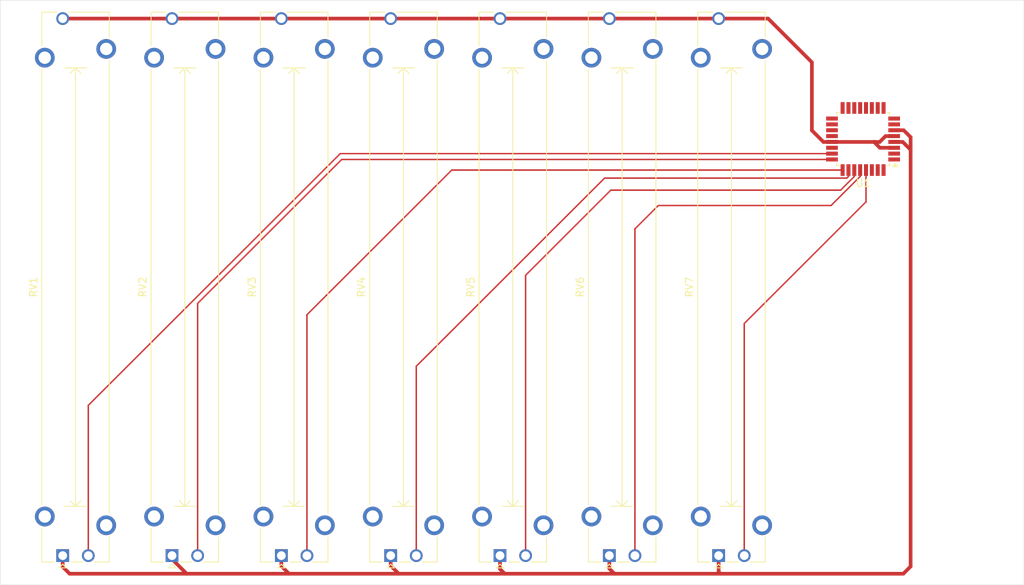
<source format=kicad_pcb>
(kicad_pcb (version 20240108) (generator "pcbnew") (generator_version "8.0")
  (layers (0 "F.Cu" signal) (31 "B.Cu" signal) (34 "B.Paste" user) (35 "F.Paste" user) (36 "B.SilkS" user "B.Silkscreen") (37 "F.SilkS" user "F.Silkscreen") (38 "B.Mask" user) (39 "F.Mask" user) (44 "Edge.Cuts" user))
  (net 0 "")
  (net 2 "VCC")
  (net 3 "GND")
  (net 7 "PC0")
  (net 12 "PC1")
  (net 16 "PC2")
  (net 18 "PC3")
  (net 25 "PC4")
  (net 28 "PC5")
  (net 35 "PC6")
  (footprint "Package_QFP:TQFP-32_7x7mm_P0.8mm" (layer "F.Cu") (at 167 81.5 180)
    (property "Reference" "U1" (at 0 -6.05 180) (layer "F.SilkS"))
    (property "Value" "ATmega328-A")
    (fp_line (start 3.625 3.625) (end 3.625 3.3) (stroke (width 0.15)) (layer "F.SilkS"))
    (fp_line (start 3.625 3.625) (end 3.3 3.625) (stroke (width 0.15)) (layer "F.SilkS"))
    (fp_line (start 3.625 -3.625) (end 3.625 -3.3) (stroke (width 0.15)) (layer "F.SilkS"))
    (fp_line (start 3.625 -3.625) (end 3.3 -3.625) (stroke (width 0.15)) (layer "F.SilkS"))
    (fp_line (start -3.625 3.625) (end -3.3 3.625) (stroke (width 0.15)) (layer "F.SilkS"))
    (fp_line (start -3.625 3.625) (end -3.625 3.3) (stroke (width 0.15)) (layer "F.SilkS"))
    (fp_line (start -3.625 -3.625) (end -3.3 -3.625) (stroke (width 0.15)) (layer "F.SilkS"))
    (fp_line (start -3.625 -3.625) (end -3.625 -3.4) (stroke (width 0.15)) (layer "F.SilkS"))
    (fp_poly (pts (xy -4.39 -3.34) (xy -4.73 -3.81) (xy -4.05 -3.81) (xy -4.39 -3.34)) (stroke (width 0.12)) (fill solid) (layer "F.SilkS"))
    (pad "1" smd rect (at -4.25 -2.8 180) (size 1.6 0.55) (layers "F.Cu" "F.Paste" "F.Mask"))
    (pad "2" smd rect (at -4.25 -2 180) (size 1.6 0.55) (layers "F.Cu" "F.Paste" "F.Mask"))
    (pad "3" smd rect (at -4.25 -1.2 180) (size 1.6 0.55) (layers "F.Cu" "F.Paste" "F.Mask") (net 3 "GND"))
    (pad "4" smd rect (at -4.25 -0.4 180) (size 1.6 0.55) (layers "F.Cu" "F.Paste" "F.Mask") (net 2 "VCC"))
    (pad "5" smd rect (at -4.25 0.4 180) (size 1.6 0.55) (layers "F.Cu" "F.Paste" "F.Mask") (net 3 "GND"))
    (pad "6" smd rect (at -4.25 1.2 180) (size 1.6 0.55) (layers "F.Cu" "F.Paste" "F.Mask") (net 2 "VCC"))
    (pad "7" smd rect (at -4.25 2 180) (size 1.6 0.55) (layers "F.Cu" "F.Paste" "F.Mask"))
    (pad "8" smd rect (at -4.25 2.8 180) (size 1.6 0.55) (layers "F.Cu" "F.Paste" "F.Mask"))
    (pad "9" smd rect (at -2.8 4.25 270) (size 1.6 0.55) (layers "F.Cu" "F.Paste" "F.Mask"))
    (pad "10" smd rect (at -2 4.25 270) (size 1.6 0.55) (layers "F.Cu" "F.Paste" "F.Mask"))
    (pad "11" smd rect (at -1.2 4.25 270) (size 1.6 0.55) (layers "F.Cu" "F.Paste" "F.Mask"))
    (pad "12" smd rect (at -0.4 4.25 270) (size 1.6 0.55) (layers "F.Cu" "F.Paste" "F.Mask"))
    (pad "13" smd rect (at 0.4 4.25 270) (size 1.6 0.55) (layers "F.Cu" "F.Paste" "F.Mask"))
    (pad "14" smd rect (at 1.2 4.25 270) (size 1.6 0.55) (layers "F.Cu" "F.Paste" "F.Mask"))
    (pad "15" smd rect (at 2 4.25 270) (size 1.6 0.55) (layers "F.Cu" "F.Paste" "F.Mask"))
    (pad "16" smd rect (at 2.8 4.25 270) (size 1.6 0.55) (layers "F.Cu" "F.Paste" "F.Mask"))
    (pad "17" smd rect (at 4.25 2.8 180) (size 1.6 0.55) (layers "F.Cu" "F.Paste" "F.Mask"))
    (pad "18" smd rect (at 4.25 2 180) (size 1.6 0.55) (layers "F.Cu" "F.Paste" "F.Mask"))
    (pad "19" smd rect (at 4.25 1.2 180) (size 1.6 0.55) (layers "F.Cu" "F.Paste" "F.Mask"))
    (pad "20" smd rect (at 4.25 0.4 180) (size 1.6 0.55) (layers "F.Cu" "F.Paste" "F.Mask"))
    (pad "21" smd rect (at 4.25 -0.4 180) (size 1.6 0.55) (layers "F.Cu" "F.Paste" "F.Mask") (net 3 "GND"))
    (pad "22" smd rect (at 4.25 -1.2 180) (size 1.6 0.55) (layers "F.Cu" "F.Paste" "F.Mask"))
    (pad "23" smd rect (at 4.25 -2 180) (size 1.6 0.55) (layers "F.Cu" "F.Paste" "F.Mask") (net 7 "PC0"))
    (pad "24" smd rect (at 4.25 -2.8 180) (size 1.6 0.55) (layers "F.Cu" "F.Paste" "F.Mask") (net 12 "PC1"))
    (pad "25" smd rect (at 2.8 -4.25 270) (size 1.6 0.55) (layers "F.Cu" "F.Paste" "F.Mask") (net 16 "PC2"))
    (pad "26" smd rect (at 2 -4.25 270) (size 1.6 0.55) (layers "F.Cu" "F.Paste" "F.Mask") (net 18 "PC3"))
    (pad "27" smd rect (at 1.2 -4.25 270) (size 1.6 0.55) (layers "F.Cu" "F.Paste" "F.Mask") (net 25 "PC4"))
    (pad "28" smd rect (at 0.4 -4.25 270) (size 1.6 0.55) (layers "F.Cu" "F.Paste" "F.Mask") (net 28 "PC5"))
    (pad "29" smd rect (at -0.4 -4.25 270) (size 1.6 0.55) (layers "F.Cu" "F.Paste" "F.Mask") (net 35 "PC6"))
    (pad "30" smd rect (at -1.2 -4.25 270) (size 1.6 0.55) (layers "F.Cu" "F.Paste" "F.Mask"))
    (pad "31" smd rect (at -2 -4.25 270) (size 1.6 0.55) (layers "F.Cu" "F.Paste" "F.Mask"))
    (pad "32" smd rect (at -2.8 -4.25 270) (size 1.6 0.55) (layers "F.Cu" "F.Paste" "F.Mask"))
  )
  (footprint "Potentiometer_THT:Potentiometer_Bourns_PTA6043_Single_Slide" (layer "F.Cu") (at 87.45 138.52 90)
    (property "Reference" "RV3" (at 36.75 -4 270) (layer "F.SilkS"))
    (property "Value" "R_Potentiometer_MountingPin")
    (fp_line (start 74.37 -2.87) (end 74.37 -0.823) (stroke (width 0.12)) (layer "F.SilkS"))
    (fp_line (start 69.786 -2.87) (end 74.37 -2.87) (stroke (width 0.12)) (layer "F.SilkS"))
    (fp_line (start 6.986 -2.87) (end 66.515 -2.87) (stroke (width 0.12)) (layer "F.SilkS"))
    (fp_line (start -0.87 -2.87) (end 3.715 -2.87) (stroke (width 0.12)) (layer "F.SilkS"))
    (fp_line (start -0.87 -2.87) (end -0.87 -1.175) (stroke (width 0.12)) (layer "F.SilkS"))
    (fp_line (start -1.675 -0.5) (end -1.675 0.5) (stroke (width 0.12)) (layer "F.SilkS"))
    (fp_line (start -1.175 0) (end -1.675 -0.5) (stroke (width 0.12)) (layer "F.SilkS"))
    (fp_line (start 66.75 0.25) (end 66.75 3.25) (stroke (width 0.12)) (layer "F.SilkS"))
    (fp_line (start 6.75 0.25) (end 6.75 3.25) (stroke (width 0.12)) (layer "F.SilkS"))
    (fp_line (start -1.675 0.5) (end -1.175 0) (stroke (width 0.12)) (layer "F.SilkS"))
    (fp_line (start 74.37 0.823) (end 74.37 6.37) (stroke (width 0.12)) (layer "F.SilkS"))
    (fp_line (start 66 1) (end 66.75 1.75) (stroke (width 0.12)) (layer "F.SilkS"))
    (fp_line (start 7.5 1) (end 6.75 1.75) (stroke (width 0.12)) (layer "F.SilkS"))
    (fp_line (start -0.87 1.175) (end -0.87 2.678) (stroke (width 0.12)) (layer "F.SilkS"))
    (fp_line (start 66.75 1.75) (end 66 2.5) (stroke (width 0.12)) (layer "F.SilkS"))
    (fp_line (start 6.75 1.75) (end 66.75 1.75) (stroke (width 0.12)) (layer "F.SilkS"))
    (fp_line (start 6.75 1.75) (end 7.5 2.5) (stroke (width 0.12)) (layer "F.SilkS"))
    (fp_line (start -0.87 4.323) (end -0.87 6.37) (stroke (width 0.12)) (layer "F.SilkS"))
    (fp_line (start 70.986 6.37) (end 74.37 6.37) (stroke (width 0.12)) (layer "F.SilkS"))
    (fp_line (start 5.786 6.37) (end 67.715 6.37) (stroke (width 0.12)) (layer "F.SilkS"))
    (fp_line (start -0.87 6.37) (end 2.515 6.37) (stroke (width 0.12)) (layer "F.SilkS"))
    (pad "1" thru_hole rect (at 0 0 90) (size 1.75 1.75) (drill 1.2) (layers "*.Cu" "*.Mask") (net 2 "VCC"))
    (pad "2" thru_hole circle (at 0 3.5 90) (size 1.75 1.75) (drill 1.2) (layers "*.Cu" "*.Mask") (net 16 "PC2"))
    (pad "3" thru_hole circle (at 73.5 0 90) (size 1.75 1.75) (drill 1.2) (layers "*.Cu" "*.Mask") (net 3 "GND"))
    (pad "MP" thru_hole circle (at 4.15 5.95 90) (size 2.7 2.7) (drill 1.7) (layers "*.Cu" "*.Mask"))
    (pad "MP" thru_hole circle (at 5.35 -2.45 90) (size 2.7 2.7) (drill 1.7) (layers "*.Cu" "*.Mask"))
    (pad "MP" thru_hole circle (at 68.15 -2.45 90) (size 2.7 2.7) (drill 1.7) (layers "*.Cu" "*.Mask"))
    (pad "MP" thru_hole circle (at 69.35 5.95 90) (size 2.7 2.7) (drill 1.7) (layers "*.Cu" "*.Mask"))
  )
  (footprint "Potentiometer_THT:Potentiometer_Bourns_PTA6043_Single_Slide" (layer "F.Cu") (at 72.5 138.52 90)
    (property "Reference" "RV2" (at 36.75 -4 270) (layer "F.SilkS"))
    (property "Value" "R_Potentiometer_MountingPin")
    (fp_line (start 74.37 -2.87) (end 74.37 -0.823) (stroke (width 0.12)) (layer "F.SilkS"))
    (fp_line (start 69.786 -2.87) (end 74.37 -2.87) (stroke (width 0.12)) (layer "F.SilkS"))
    (fp_line (start 6.986 -2.87) (end 66.515 -2.87) (stroke (width 0.12)) (layer "F.SilkS"))
    (fp_line (start -0.87 -2.87) (end 3.715 -2.87) (stroke (width 0.12)) (layer "F.SilkS"))
    (fp_line (start -0.87 -2.87) (end -0.87 -1.175) (stroke (width 0.12)) (layer "F.SilkS"))
    (fp_line (start -1.675 -0.5) (end -1.675 0.5) (stroke (width 0.12)) (layer "F.SilkS"))
    (fp_line (start -1.175 0) (end -1.675 -0.5) (stroke (width 0.12)) (layer "F.SilkS"))
    (fp_line (start 66.75 0.25) (end 66.75 3.25) (stroke (width 0.12)) (layer "F.SilkS"))
    (fp_line (start 6.75 0.25) (end 6.75 3.25) (stroke (width 0.12)) (layer "F.SilkS"))
    (fp_line (start -1.675 0.5) (end -1.175 0) (stroke (width 0.12)) (layer "F.SilkS"))
    (fp_line (start 74.37 0.823) (end 74.37 6.37) (stroke (width 0.12)) (layer "F.SilkS"))
    (fp_line (start 66 1) (end 66.75 1.75) (stroke (width 0.12)) (layer "F.SilkS"))
    (fp_line (start 7.5 1) (end 6.75 1.75) (stroke (width 0.12)) (layer "F.SilkS"))
    (fp_line (start -0.87 1.175) (end -0.87 2.678) (stroke (width 0.12)) (layer "F.SilkS"))
    (fp_line (start 66.75 1.75) (end 66 2.5) (stroke (width 0.12)) (layer "F.SilkS"))
    (fp_line (start 6.75 1.75) (end 66.75 1.75) (stroke (width 0.12)) (layer "F.SilkS"))
    (fp_line (start 6.75 1.75) (end 7.5 2.5) (stroke (width 0.12)) (layer "F.SilkS"))
    (fp_line (start -0.87 4.323) (end -0.87 6.37) (stroke (width 0.12)) (layer "F.SilkS"))
    (fp_line (start 70.986 6.37) (end 74.37 6.37) (stroke (width 0.12)) (layer "F.SilkS"))
    (fp_line (start 5.786 6.37) (end 67.715 6.37) (stroke (width 0.12)) (layer "F.SilkS"))
    (fp_line (start -0.87 6.37) (end 2.515 6.37) (stroke (width 0.12)) (layer "F.SilkS"))
    (pad "1" thru_hole rect (at 0 0 90) (size 1.75 1.75) (drill 1.2) (layers "*.Cu" "*.Mask") (net 2 "VCC"))
    (pad "2" thru_hole circle (at 0 3.5 90) (size 1.75 1.75) (drill 1.2) (layers "*.Cu" "*.Mask") (net 12 "PC1"))
    (pad "3" thru_hole circle (at 73.5 0 90) (size 1.75 1.75) (drill 1.2) (layers "*.Cu" "*.Mask") (net 3 "GND"))
    (pad "MP" thru_hole circle (at 4.15 5.95 90) (size 2.7 2.7) (drill 1.7) (layers "*.Cu" "*.Mask"))
    (pad "MP" thru_hole circle (at 5.35 -2.45 90) (size 2.7 2.7) (drill 1.7) (layers "*.Cu" "*.Mask"))
    (pad "MP" thru_hole circle (at 68.15 -2.45 90) (size 2.7 2.7) (drill 1.7) (layers "*.Cu" "*.Mask"))
    (pad "MP" thru_hole circle (at 69.35 5.95 90) (size 2.7 2.7) (drill 1.7) (layers "*.Cu" "*.Mask"))
  )
  (footprint "Potentiometer_THT:Potentiometer_Bourns_PTA6043_Single_Slide" (layer "F.Cu") (at 102.4 138.52 90)
    (property "Reference" "RV4" (at 36.75 -4 270) (layer "F.SilkS"))
    (property "Value" "R_Potentiometer_MountingPin")
    (fp_line (start 74.37 -2.87) (end 74.37 -0.823) (stroke (width 0.12)) (layer "F.SilkS"))
    (fp_line (start 69.786 -2.87) (end 74.37 -2.87) (stroke (width 0.12)) (layer "F.SilkS"))
    (fp_line (start 6.986 -2.87) (end 66.515 -2.87) (stroke (width 0.12)) (layer "F.SilkS"))
    (fp_line (start -0.87 -2.87) (end 3.715 -2.87) (stroke (width 0.12)) (layer "F.SilkS"))
    (fp_line (start -0.87 -2.87) (end -0.87 -1.175) (stroke (width 0.12)) (layer "F.SilkS"))
    (fp_line (start -1.675 -0.5) (end -1.675 0.5) (stroke (width 0.12)) (layer "F.SilkS"))
    (fp_line (start -1.175 0) (end -1.675 -0.5) (stroke (width 0.12)) (layer "F.SilkS"))
    (fp_line (start 66.75 0.25) (end 66.75 3.25) (stroke (width 0.12)) (layer "F.SilkS"))
    (fp_line (start 6.75 0.25) (end 6.75 3.25) (stroke (width 0.12)) (layer "F.SilkS"))
    (fp_line (start -1.675 0.5) (end -1.175 0) (stroke (width 0.12)) (layer "F.SilkS"))
    (fp_line (start 74.37 0.823) (end 74.37 6.37) (stroke (width 0.12)) (layer "F.SilkS"))
    (fp_line (start 66 1) (end 66.75 1.75) (stroke (width 0.12)) (layer "F.SilkS"))
    (fp_line (start 7.5 1) (end 6.75 1.75) (stroke (width 0.12)) (layer "F.SilkS"))
    (fp_line (start -0.87 1.175) (end -0.87 2.678) (stroke (width 0.12)) (layer "F.SilkS"))
    (fp_line (start 66.75 1.75) (end 66 2.5) (stroke (width 0.12)) (layer "F.SilkS"))
    (fp_line (start 6.75 1.75) (end 66.75 1.75) (stroke (width 0.12)) (layer "F.SilkS"))
    (fp_line (start 6.75 1.75) (end 7.5 2.5) (stroke (width 0.12)) (layer "F.SilkS"))
    (fp_line (start -0.87 4.323) (end -0.87 6.37) (stroke (width 0.12)) (layer "F.SilkS"))
    (fp_line (start 70.986 6.37) (end 74.37 6.37) (stroke (width 0.12)) (layer "F.SilkS"))
    (fp_line (start 5.786 6.37) (end 67.715 6.37) (stroke (width 0.12)) (layer "F.SilkS"))
    (fp_line (start -0.87 6.37) (end 2.515 6.37) (stroke (width 0.12)) (layer "F.SilkS"))
    (pad "1" thru_hole rect (at 0 0 90) (size 1.75 1.75) (drill 1.2) (layers "*.Cu" "*.Mask") (net 2 "VCC"))
    (pad "2" thru_hole circle (at 0 3.5 90) (size 1.75 1.75) (drill 1.2) (layers "*.Cu" "*.Mask") (net 18 "PC3"))
    (pad "3" thru_hole circle (at 73.5 0 90) (size 1.75 1.75) (drill 1.2) (layers "*.Cu" "*.Mask") (net 3 "GND"))
    (pad "MP" thru_hole circle (at 4.15 5.95 90) (size 2.7 2.7) (drill 1.7) (layers "*.Cu" "*.Mask"))
    (pad "MP" thru_hole circle (at 5.35 -2.45 90) (size 2.7 2.7) (drill 1.7) (layers "*.Cu" "*.Mask"))
    (pad "MP" thru_hole circle (at 68.15 -2.45 90) (size 2.7 2.7) (drill 1.7) (layers "*.Cu" "*.Mask"))
    (pad "MP" thru_hole circle (at 69.35 5.95 90) (size 2.7 2.7) (drill 1.7) (layers "*.Cu" "*.Mask"))
  )
  (footprint "Potentiometer_THT:Potentiometer_Bourns_PTA6043_Single_Slide" (layer "F.Cu") (at 117.35 138.52 90)
    (property "Reference" "RV5" (at 36.75 -4 270) (layer "F.SilkS"))
    (property "Value" "R_Potentiometer_MountingPin")
    (fp_line (start 74.37 -2.87) (end 74.37 -0.823) (stroke (width 0.12)) (layer "F.SilkS"))
    (fp_line (start 69.786 -2.87) (end 74.37 -2.87) (stroke (width 0.12)) (layer "F.SilkS"))
    (fp_line (start 6.986 -2.87) (end 66.515 -2.87) (stroke (width 0.12)) (layer "F.SilkS"))
    (fp_line (start -0.87 -2.87) (end 3.715 -2.87) (stroke (width 0.12)) (layer "F.SilkS"))
    (fp_line (start -0.87 -2.87) (end -0.87 -1.175) (stroke (width 0.12)) (layer "F.SilkS"))
    (fp_line (start -1.675 -0.5) (end -1.675 0.5) (stroke (width 0.12)) (layer "F.SilkS"))
    (fp_line (start -1.175 0) (end -1.675 -0.5) (stroke (width 0.12)) (layer "F.SilkS"))
    (fp_line (start 66.75 0.25) (end 66.75 3.25) (stroke (width 0.12)) (layer "F.SilkS"))
    (fp_line (start 6.75 0.25) (end 6.75 3.25) (stroke (width 0.12)) (layer "F.SilkS"))
    (fp_line (start -1.675 0.5) (end -1.175 0) (stroke (width 0.12)) (layer "F.SilkS"))
    (fp_line (start 74.37 0.823) (end 74.37 6.37) (stroke (width 0.12)) (layer "F.SilkS"))
    (fp_line (start 66 1) (end 66.75 1.75) (stroke (width 0.12)) (layer "F.SilkS"))
    (fp_line (start 7.5 1) (end 6.75 1.75) (stroke (width 0.12)) (layer "F.SilkS"))
    (fp_line (start -0.87 1.175) (end -0.87 2.678) (stroke (width 0.12)) (layer "F.SilkS"))
    (fp_line (start 66.75 1.75) (end 66 2.5) (stroke (width 0.12)) (layer "F.SilkS"))
    (fp_line (start 6.75 1.75) (end 66.75 1.75) (stroke (width 0.12)) (layer "F.SilkS"))
    (fp_line (start 6.75 1.75) (end 7.5 2.5) (stroke (width 0.12)) (layer "F.SilkS"))
    (fp_line (start -0.87 4.323) (end -0.87 6.37) (stroke (width 0.12)) (layer "F.SilkS"))
    (fp_line (start 70.986 6.37) (end 74.37 6.37) (stroke (width 0.12)) (layer "F.SilkS"))
    (fp_line (start 5.786 6.37) (end 67.715 6.37) (stroke (width 0.12)) (layer "F.SilkS"))
    (fp_line (start -0.87 6.37) (end 2.515 6.37) (stroke (width 0.12)) (layer "F.SilkS"))
    (pad "1" thru_hole rect (at 0 0 90) (size 1.75 1.75) (drill 1.2) (layers "*.Cu" "*.Mask") (net 2 "VCC"))
    (pad "2" thru_hole circle (at 0 3.5 90) (size 1.75 1.75) (drill 1.2) (layers "*.Cu" "*.Mask") (net 25 "PC4"))
    (pad "3" thru_hole circle (at 73.5 0 90) (size 1.75 1.75) (drill 1.2) (layers "*.Cu" "*.Mask") (net 3 "GND"))
    (pad "MP" thru_hole circle (at 4.15 5.95 90) (size 2.7 2.7) (drill 1.7) (layers "*.Cu" "*.Mask"))
    (pad "MP" thru_hole circle (at 5.35 -2.45 90) (size 2.7 2.7) (drill 1.7) (layers "*.Cu" "*.Mask"))
    (pad "MP" thru_hole circle (at 68.15 -2.45 90) (size 2.7 2.7) (drill 1.7) (layers "*.Cu" "*.Mask"))
    (pad "MP" thru_hole circle (at 69.35 5.95 90) (size 2.7 2.7) (drill 1.7) (layers "*.Cu" "*.Mask"))
  )
  (footprint "Potentiometer_THT:Potentiometer_Bourns_PTA6043_Single_Slide" (layer "F.Cu") (at 132.3 138.52 90)
    (property "Reference" "RV6" (at 36.75 -4 270) (layer "F.SilkS"))
    (property "Value" "R_Potentiometer_MountingPin")
    (fp_line (start 74.37 -2.87) (end 74.37 -0.823) (stroke (width 0.12)) (layer "F.SilkS"))
    (fp_line (start 69.786 -2.87) (end 74.37 -2.87) (stroke (width 0.12)) (layer "F.SilkS"))
    (fp_line (start 6.986 -2.87) (end 66.515 -2.87) (stroke (width 0.12)) (layer "F.SilkS"))
    (fp_line (start -0.87 -2.87) (end 3.715 -2.87) (stroke (width 0.12)) (layer "F.SilkS"))
    (fp_line (start -0.87 -2.87) (end -0.87 -1.175) (stroke (width 0.12)) (layer "F.SilkS"))
    (fp_line (start -1.675 -0.5) (end -1.675 0.5) (stroke (width 0.12)) (layer "F.SilkS"))
    (fp_line (start -1.175 0) (end -1.675 -0.5) (stroke (width 0.12)) (layer "F.SilkS"))
    (fp_line (start 66.75 0.25) (end 66.75 3.25) (stroke (width 0.12)) (layer "F.SilkS"))
    (fp_line (start 6.75 0.25) (end 6.75 3.25) (stroke (width 0.12)) (layer "F.SilkS"))
    (fp_line (start -1.675 0.5) (end -1.175 0) (stroke (width 0.12)) (layer "F.SilkS"))
    (fp_line (start 74.37 0.823) (end 74.37 6.37) (stroke (width 0.12)) (layer "F.SilkS"))
    (fp_line (start 66 1) (end 66.75 1.75) (stroke (width 0.12)) (layer "F.SilkS"))
    (fp_line (start 7.5 1) (end 6.75 1.75) (stroke (width 0.12)) (layer "F.SilkS"))
    (fp_line (start -0.87 1.175) (end -0.87 2.678) (stroke (width 0.12)) (layer "F.SilkS"))
    (fp_line (start 66.75 1.75) (end 66 2.5) (stroke (width 0.12)) (layer "F.SilkS"))
    (fp_line (start 6.75 1.75) (end 66.75 1.75) (stroke (width 0.12)) (layer "F.SilkS"))
    (fp_line (start 6.75 1.75) (end 7.5 2.5) (stroke (width 0.12)) (layer "F.SilkS"))
    (fp_line (start -0.87 4.323) (end -0.87 6.37) (stroke (width 0.12)) (layer "F.SilkS"))
    (fp_line (start 70.986 6.37) (end 74.37 6.37) (stroke (width 0.12)) (layer "F.SilkS"))
    (fp_line (start 5.786 6.37) (end 67.715 6.37) (stroke (width 0.12)) (layer "F.SilkS"))
    (fp_line (start -0.87 6.37) (end 2.515 6.37) (stroke (width 0.12)) (layer "F.SilkS"))
    (pad "1" thru_hole rect (at 0 0 90) (size 1.75 1.75) (drill 1.2) (layers "*.Cu" "*.Mask") (net 2 "VCC"))
    (pad "2" thru_hole circle (at 0 3.5 90) (size 1.75 1.75) (drill 1.2) (layers "*.Cu" "*.Mask") (net 28 "PC5"))
    (pad "3" thru_hole circle (at 73.5 0 90) (size 1.75 1.75) (drill 1.2) (layers "*.Cu" "*.Mask") (net 3 "GND"))
    (pad "MP" thru_hole circle (at 4.15 5.95 90) (size 2.7 2.7) (drill 1.7) (layers "*.Cu" "*.Mask"))
    (pad "MP" thru_hole circle (at 5.35 -2.45 90) (size 2.7 2.7) (drill 1.7) (layers "*.Cu" "*.Mask"))
    (pad "MP" thru_hole circle (at 68.15 -2.45 90) (size 2.7 2.7) (drill 1.7) (layers "*.Cu" "*.Mask"))
    (pad "MP" thru_hole circle (at 69.35 5.95 90) (size 2.7 2.7) (drill 1.7) (layers "*.Cu" "*.Mask"))
  )
  (footprint "Potentiometer_THT:Potentiometer_Bourns_PTA6043_Single_Slide" (layer "F.Cu") (at 57.55 138.52 90)
    (property "Reference" "RV1" (at 36.75 -4 270) (layer "F.SilkS"))
    (property "Value" "R_Potentiometer_MountingPin")
    (fp_line (start 74.37 -2.87) (end 74.37 -0.823) (stroke (width 0.12)) (layer "F.SilkS"))
    (fp_line (start 69.786 -2.87) (end 74.37 -2.87) (stroke (width 0.12)) (layer "F.SilkS"))
    (fp_line (start 6.986 -2.87) (end 66.515 -2.87) (stroke (width 0.12)) (layer "F.SilkS"))
    (fp_line (start -0.87 -2.87) (end 3.715 -2.87) (stroke (width 0.12)) (layer "F.SilkS"))
    (fp_line (start -0.87 -2.87) (end -0.87 -1.175) (stroke (width 0.12)) (layer "F.SilkS"))
    (fp_line (start -1.675 -0.5) (end -1.675 0.5) (stroke (width 0.12)) (layer "F.SilkS"))
    (fp_line (start -1.175 0) (end -1.675 -0.5) (stroke (width 0.12)) (layer "F.SilkS"))
    (fp_line (start 66.75 0.25) (end 66.75 3.25) (stroke (width 0.12)) (layer "F.SilkS"))
    (fp_line (start 6.75 0.25) (end 6.75 3.25) (stroke (width 0.12)) (layer "F.SilkS"))
    (fp_line (start -1.675 0.5) (end -1.175 0) (stroke (width 0.12)) (layer "F.SilkS"))
    (fp_line (start 74.37 0.823) (end 74.37 6.37) (stroke (width 0.12)) (layer "F.SilkS"))
    (fp_line (start 66 1) (end 66.75 1.75) (stroke (width 0.12)) (layer "F.SilkS"))
    (fp_line (start 7.5 1) (end 6.75 1.75) (stroke (width 0.12)) (layer "F.SilkS"))
    (fp_line (start -0.87 1.175) (end -0.87 2.678) (stroke (width 0.12)) (layer "F.SilkS"))
    (fp_line (start 66.75 1.75) (end 66 2.5) (stroke (width 0.12)) (layer "F.SilkS"))
    (fp_line (start 6.75 1.75) (end 66.75 1.75) (stroke (width 0.12)) (layer "F.SilkS"))
    (fp_line (start 6.75 1.75) (end 7.5 2.5) (stroke (width 0.12)) (layer "F.SilkS"))
    (fp_line (start -0.87 4.323) (end -0.87 6.37) (stroke (width 0.12)) (layer "F.SilkS"))
    (fp_line (start 70.986 6.37) (end 74.37 6.37) (stroke (width 0.12)) (layer "F.SilkS"))
    (fp_line (start 5.786 6.37) (end 67.715 6.37) (stroke (width 0.12)) (layer "F.SilkS"))
    (fp_line (start -0.87 6.37) (end 2.515 6.37) (stroke (width 0.12)) (layer "F.SilkS"))
    (pad "1" thru_hole rect (at 0 0 90) (size 1.75 1.75) (drill 1.2) (layers "*.Cu" "*.Mask") (net 2 "VCC"))
    (pad "2" thru_hole circle (at 0 3.5 90) (size 1.75 1.75) (drill 1.2) (layers "*.Cu" "*.Mask") (net 7 "PC0"))
    (pad "3" thru_hole circle (at 73.5 0 90) (size 1.75 1.75) (drill 1.2) (layers "*.Cu" "*.Mask") (net 3 "GND"))
    (pad "MP" thru_hole circle (at 4.15 5.95 90) (size 2.7 2.7) (drill 1.7) (layers "*.Cu" "*.Mask"))
    (pad "MP" thru_hole circle (at 5.35 -2.45 90) (size 2.7 2.7) (drill 1.7) (layers "*.Cu" "*.Mask"))
    (pad "MP" thru_hole circle (at 68.15 -2.45 90) (size 2.7 2.7) (drill 1.7) (layers "*.Cu" "*.Mask"))
    (pad "MP" thru_hole circle (at 69.35 5.95 90) (size 2.7 2.7) (drill 1.7) (layers "*.Cu" "*.Mask"))
  )
  (footprint "Potentiometer_THT:Potentiometer_Bourns_PTA6043_Single_Slide" (layer "F.Cu") (at 147.25 138.52 90)
    (property "Reference" "RV7" (at 36.75 -4 270) (layer "F.SilkS"))
    (property "Value" "R_Potentiometer_MountingPin")
    (fp_line (start 74.37 -2.87) (end 74.37 -0.823) (stroke (width 0.12)) (layer "F.SilkS"))
    (fp_line (start 69.786 -2.87) (end 74.37 -2.87) (stroke (width 0.12)) (layer "F.SilkS"))
    (fp_line (start 6.986 -2.87) (end 66.515 -2.87) (stroke (width 0.12)) (layer "F.SilkS"))
    (fp_line (start -0.87 -2.87) (end 3.715 -2.87) (stroke (width 0.12)) (layer "F.SilkS"))
    (fp_line (start -0.87 -2.87) (end -0.87 -1.175) (stroke (width 0.12)) (layer "F.SilkS"))
    (fp_line (start -1.675 -0.5) (end -1.675 0.5) (stroke (width 0.12)) (layer "F.SilkS"))
    (fp_line (start -1.175 0) (end -1.675 -0.5) (stroke (width 0.12)) (layer "F.SilkS"))
    (fp_line (start 66.75 0.25) (end 66.75 3.25) (stroke (width 0.12)) (layer "F.SilkS"))
    (fp_line (start 6.75 0.25) (end 6.75 3.25) (stroke (width 0.12)) (layer "F.SilkS"))
    (fp_line (start -1.675 0.5) (end -1.175 0) (stroke (width 0.12)) (layer "F.SilkS"))
    (fp_line (start 74.37 0.823) (end 74.37 6.37) (stroke (width 0.12)) (layer "F.SilkS"))
    (fp_line (start 66 1) (end 66.75 1.75) (stroke (width 0.12)) (layer "F.SilkS"))
    (fp_line (start 7.5 1) (end 6.75 1.75) (stroke (width 0.12)) (layer "F.SilkS"))
    (fp_line (start -0.87 1.175) (end -0.87 2.678) (stroke (width 0.12)) (layer "F.SilkS"))
    (fp_line (start 66.75 1.75) (end 66 2.5) (stroke (width 0.12)) (layer "F.SilkS"))
    (fp_line (start 6.75 1.75) (end 66.75 1.75) (stroke (width 0.12)) (layer "F.SilkS"))
    (fp_line (start 6.75 1.75) (end 7.5 2.5) (stroke (width 0.12)) (layer "F.SilkS"))
    (fp_line (start -0.87 4.323) (end -0.87 6.37) (stroke (width 0.12)) (layer "F.SilkS"))
    (fp_line (start 70.986 6.37) (end 74.37 6.37) (stroke (width 0.12)) (layer "F.SilkS"))
    (fp_line (start 5.786 6.37) (end 67.715 6.37) (stroke (width 0.12)) (layer "F.SilkS"))
    (fp_line (start -0.87 6.37) (end 2.515 6.37) (stroke (width 0.12)) (layer "F.SilkS"))
    (pad "1" thru_hole rect (at 0 0 90) (size 1.75 1.75) (drill 1.2) (layers "*.Cu" "*.Mask") (net 2 "VCC"))
    (pad "2" thru_hole circle (at 0 3.5 90) (size 1.75 1.75) (drill 1.2) (layers "*.Cu" "*.Mask") (net 35 "PC6"))
    (pad "3" thru_hole circle (at 73.5 0 90) (size 1.75 1.75) (drill 1.2) (layers "*.Cu" "*.Mask") (net 3 "GND"))
    (pad "MP" thru_hole circle (at 4.15 5.95 90) (size 2.7 2.7) (drill 1.7) (layers "*.Cu" "*.Mask"))
    (pad "MP" thru_hole circle (at 5.35 -2.45 90) (size 2.7 2.7) (drill 1.7) (layers "*.Cu" "*.Mask"))
    (pad "MP" thru_hole circle (at 68.15 -2.45 90) (size 2.7 2.7) (drill 1.7) (layers "*.Cu" "*.Mask"))
    (pad "MP" thru_hole circle (at 69.35 5.95 90) (size 2.7 2.7) (drill 1.7) (layers "*.Cu" "*.Mask"))
  )
  (gr_rect (start 49 62.5) (end 189 142.5) (stroke (width 0.05)) (fill none) (layer "Edge.Cuts"))
  (segment (start 87.45 139.95) (end 87.45 138.52) (width 0.5) (layer "F.Cu") (net 2))
  (segment (start 147.5 141) (end 147.25 140.75) (width 0.5) (layer "F.Cu") (net 2))
  (segment (start 172.55 80.3) (end 171.25 80.3) (width 0.5) (layer "F.Cu") (net 2))
  (segment (start 88.5 141) (end 87.45 139.95) (width 0.5) (layer "F.Cu") (net 2))
  (segment (start 173.5 82.975) (end 172.425 81.9) (width 0.5) (layer "F.Cu") (net 2))
  (segment (start 133 141) (end 147.5 141) (width 0.5) (layer "F.Cu") (net 2))
  (segment (start 118 141) (end 117.35 140.35) (width 0.5) (layer "F.Cu") (net 2))
  (segment (start 88.5 141) (end 103.5 141) (width 0.5) (layer "F.Cu") (net 2))
  (segment (start 102.4 139.9) (end 102.4 138.52) (width 0.5) (layer "F.Cu") (net 2))
  (segment (start 57.55 138.52) (end 57.55 140.05) (width 0.5) (layer "F.Cu") (net 2))
  (segment (start 58.5 141) (end 74.5 141) (width 0.5) (layer "F.Cu") (net 2))
  (segment (start 173.5 82.975) (end 173.5 81.25) (width 0.5) (layer "F.Cu") (net 2))
  (segment (start 72.5 139) (end 72.5 138.52) (width 0.5) (layer "F.Cu") (net 2))
  (segment (start 103.5 141) (end 118 141) (width 0.5) (layer "F.Cu") (net 2))
  (segment (start 118 141) (end 133 141) (width 0.5) (layer "F.Cu") (net 2))
  (segment (start 74.5 141) (end 72.5 139) (width 0.5) (layer "F.Cu") (net 2))
  (segment (start 133 141) (end 132.3 140.3) (width 0.5) (layer "F.Cu") (net 2))
  (segment (start 57.55 140.05) (end 58.5 141) (width 0.5) (layer "F.Cu") (net 2))
  (segment (start 147.25 140.75) (end 147.25 138.52) (width 0.5) (layer "F.Cu") (net 2))
  (segment (start 117.35 140.35) (end 117.35 138.52) (width 0.5) (layer "F.Cu") (net 2))
  (segment (start 173.5 81.25) (end 172.55 80.3) (width 0.5) (layer "F.Cu") (net 2))
  (segment (start 147.5 141) (end 172.5 141) (width 0.5) (layer "F.Cu") (net 2))
  (segment (start 132.3 140.3) (end 132.3 138.52) (width 0.5) (layer "F.Cu") (net 2))
  (segment (start 173.5 140) (end 173.5 82.975) (width 0.5) (layer "F.Cu") (net 2))
  (segment (start 74.5 141) (end 88.5 141) (width 0.5) (layer "F.Cu") (net 2))
  (segment (start 172.425 81.9) (end 171.25 81.9) (width 0.5) (layer "F.Cu") (net 2))
  (segment (start 103.5 141) (end 102.4 139.9) (width 0.5) (layer "F.Cu") (net 2))
  (segment (start 172.5 141) (end 173.5 140) (width 0.5) (layer "F.Cu") (net 2))
  (segment (start 117.35 65.02) (end 102.4 65.02) (width 0.5) (layer "F.Cu") (net 3))
  (segment (start 87.45 65.02) (end 72.5 65.02) (width 0.5) (layer "F.Cu") (net 3))
  (segment (start 170.075 81.1) (end 171.25 81.1) (width 0.5) (layer "F.Cu") (net 3))
  (segment (start 154.02 65.02) (end 160 71) (width 0.5) (layer "F.Cu") (net 3))
  (segment (start 160 71) (end 160 80.325) (width 0.5) (layer "F.Cu") (net 3))
  (segment (start 169.3 82.7) (end 171.25 82.7) (width 0.5) (layer "F.Cu") (net 3))
  (segment (start 72.5 65.02) (end 57.55 65.02) (width 0.5) (layer "F.Cu") (net 3))
  (segment (start 168.5 81.9) (end 169.3 82.7) (width 0.5) (layer "F.Cu") (net 3))
  (segment (start 168.5 81.9) (end 169.275 81.9) (width 0.5) (layer "F.Cu") (net 3))
  (segment (start 161.575 81.9) (end 162.75 81.9) (width 0.5) (layer "F.Cu") (net 3))
  (segment (start 160 80.325) (end 161.575 81.9) (width 0.5) (layer "F.Cu") (net 3))
  (segment (start 147.25 65.02) (end 154.02 65.02) (width 0.5) (layer "F.Cu") (net 3))
  (segment (start 132.3 65.02) (end 117.35 65.02) (width 0.5) (layer "F.Cu") (net 3))
  (segment (start 147.25 65.02) (end 132.3 65.02) (width 0.5) (layer "F.Cu") (net 3))
  (segment (start 169.275 81.9) (end 170.075 81.1) (width 0.5) (layer "F.Cu") (net 3))
  (segment (start 102.4 65.02) (end 87.45 65.02) (width 0.5) (layer "F.Cu") (net 3))
  (segment (start 162.75 81.9) (end 168.5 81.9) (width 0.5) (layer "F.Cu") (net 3))
  (segment (start 95.5 83.5) (end 162.75 83.5) (width 0.2) (layer "F.Cu") (net 7))
  (segment (start 61.05 138.52) (end 61.05 117.95) (width 0.2) (layer "F.Cu") (net 7))
  (segment (start 61.05 117.95) (end 95.5 83.5) (width 0.2) (layer "F.Cu") (net 7))
  (segment (start 95.7 84.3) (end 162.75 84.3) (width 0.2) (layer "F.Cu") (net 12))
  (segment (start 76 104) (end 95.7 84.3) (width 0.2) (layer "F.Cu") (net 12))
  (segment (start 76 138.52) (end 76 104) (width 0.2) (layer "F.Cu") (net 12))
  (segment (start 90.95 105.55) (end 110.75 85.75) (width 0.2) (layer "F.Cu") (net 16))
  (segment (start 90.95 138.52) (end 90.95 105.55) (width 0.2) (layer "F.Cu") (net 16))
  (segment (start 110.75 85.75) (end 164.2 85.75) (width 0.2) (layer "F.Cu") (net 16))
  (segment (start 105.9 138.52) (end 105.9 112.6) (width 0.2) (layer "F.Cu") (net 18))
  (segment (start 105.9 112.6) (end 131.65 86.85) (width 0.2) (layer "F.Cu") (net 18))
  (segment (start 164.775 86.85) (end 165 86.625) (width 0.2) (layer "F.Cu") (net 18))
  (segment (start 165 86.625) (end 165 85.75) (width 0.2) (layer "F.Cu") (net 18))
  (segment (start 131.65 86.85) (end 164.775 86.85) (width 0.2) (layer "F.Cu") (net 18))
  (segment (start 165.8 86.625) (end 165.8 85.75) (width 0.2) (layer "F.Cu") (net 25))
  (segment (start 120.85 100.15) (end 132.5 88.5) (width 0.2) (layer "F.Cu") (net 25))
  (segment (start 120.85 138.52) (end 120.85 100.15) (width 0.2) (layer "F.Cu") (net 25))
  (segment (start 163.925 88.5) (end 165.8 86.625) (width 0.2) (layer "F.Cu") (net 25))
  (segment (start 132.5 88.5) (end 163.925 88.5) (width 0.2) (layer "F.Cu") (net 25))
  (segment (start 135.8 93.8) (end 139 90.6) (width 0.2) (layer "F.Cu") (net 28))
  (segment (start 135.8 138.52) (end 135.8 93.8) (width 0.2) (layer "F.Cu") (net 28))
  (segment (start 139 90.6) (end 162.625 90.6) (width 0.2) (layer "F.Cu") (net 28))
  (segment (start 162.625 90.6) (end 166.6 86.625) (width 0.2) (layer "F.Cu") (net 28))
  (segment (start 166.6 86.625) (end 166.6 85.75) (width 0.2) (layer "F.Cu") (net 28))
  (segment (start 167.4 85.75) (end 167.4 90.1) (width 0.2) (layer "F.Cu") (net 35))
  (segment (start 167.4 90.1) (end 150.75 106.75) (width 0.2) (layer "F.Cu") (net 35))
  (segment (start 150.75 106.75) (end 150.75 138.52) (width 0.2) (layer "F.Cu") (net 35))
)
</source>
